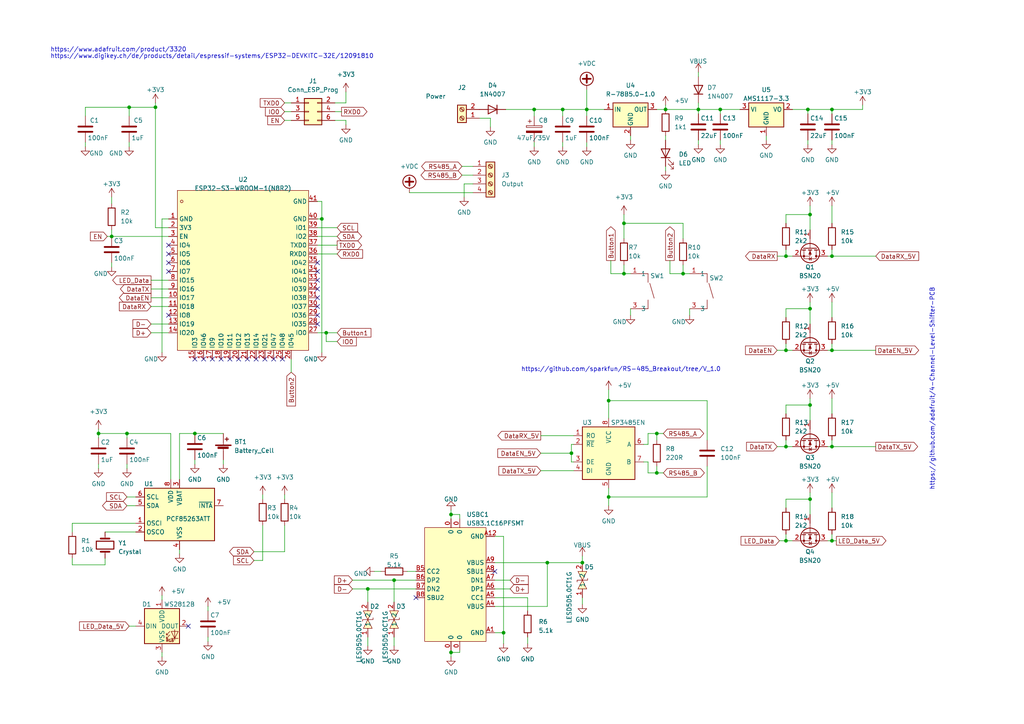
<source format=kicad_sch>
(kicad_sch (version 20230121) (generator eeschema)
  (paper "A4")
  (junction (at 241.3 101.6))
  (junction (at 170.18 31.75))
  (junction (at 176.53 116.205))
  (junction (at 45.085 31.115))
  (junction (at 158.75 163.195))
  (junction (at 234.95 117.475))
  (junction (at 93.345 63.5))
  (junction (at 130.81 149.225))
  (junction (at 198.12 79.375))
  (junction (at 241.3 129.54))
  (junction (at 234.95 89.535))
  (junction (at 163.195 31.75))
  (junction (at 114.3 168.275))
  (junction (at 36.83 125.73))
  (junction (at 37.465 31.115))
  (junction (at 227.965 74.295))
  (junction (at 202.565 31.75))
  (junction (at 234.95 62.23))
  (junction (at 176.53 144.145))
  (junction (at 190.5 137.16))
  (junction (at 234.95 144.78))
  (junction (at 208.915 31.75))
  (junction (at 165.735 131.445))
  (junction (at 56.515 125.73))
  (junction (at 241.3 156.845))
  (junction (at 106.68 170.815))
  (junction (at 190.5 125.73))
  (junction (at 227.965 156.845))
  (junction (at 241.3 31.75))
  (junction (at 227.965 129.54))
  (junction (at 241.3 74.295))
  (junction (at 227.965 101.6))
  (junction (at 168.91 163.195))
  (junction (at 94.615 96.52))
  (junction (at 193.04 31.75))
  (junction (at 180.975 79.375))
  (junction (at 32.385 68.58))
  (junction (at 146.05 183.515))
  (junction (at 234.315 31.75))
  (junction (at 154.94 31.75))
  (junction (at 130.81 189.23))
  (junction (at 28.575 125.73))
  (junction (at 180.975 64.77))
  (no_connect (at 61.595 104.14))
  (no_connect (at 92.075 91.44))
  (no_connect (at 48.895 71.12))
  (no_connect (at 48.895 78.74))
  (no_connect (at 92.075 81.28))
  (no_connect (at 56.515 104.14))
  (no_connect (at 66.675 104.14))
  (no_connect (at 76.835 104.14))
  (no_connect (at 74.295 104.14))
  (no_connect (at 48.895 76.2))
  (no_connect (at 48.895 91.44))
  (no_connect (at 92.075 83.82))
  (no_connect (at 92.075 86.36))
  (no_connect (at 59.055 104.14))
  (no_connect (at 54.61 181.61))
  (no_connect (at 69.215 104.14))
  (no_connect (at 143.51 165.735))
  (no_connect (at 79.375 104.14))
  (no_connect (at 64.135 104.14))
  (no_connect (at 92.075 76.2))
  (no_connect (at 92.075 88.9))
  (no_connect (at 92.075 78.74))
  (no_connect (at 81.915 104.14))
  (no_connect (at 71.755 104.14))
  (no_connect (at 120.65 173.355))
  (no_connect (at 92.075 93.98))
  (no_connect (at 48.895 73.66))
  (wire (pts (xy 64.77 133.35) (xy 64.77 134.62)))
  (wire (pts (xy 192.405 137.16) (xy 190.5 137.16)))
  (wire (pts (xy 143.51 175.895) (xy 158.75 175.895)))
  (wire (pts (xy 180.975 64.77) (xy 180.975 69.215)))
  (wire (pts (xy 234.95 144.78) (xy 234.95 149.225)))
  (wire (pts (xy 182.88 89.535) (xy 182.88 91.44)))
  (wire (pts (xy 137.16 53.34) (xy 134.62 53.34)))
  (wire (pts (xy 234.315 40.64) (xy 234.315 41.91)))
  (wire (pts (xy 139.065 34.29) (xy 142.24 34.29)))
  (wire (pts (xy 227.965 62.23) (xy 234.95 62.23)))
  (wire (pts (xy 28.575 125.73) (xy 36.83 125.73)))
  (wire (pts (xy 100.33 34.925) (xy 100.33 36.195)))
  (wire (pts (xy 190.5 135.255) (xy 190.5 137.16)))
  (wire (pts (xy 222.25 39.37) (xy 222.25 40.64)))
  (wire (pts (xy 190.5 125.73) (xy 187.96 125.73)))
  (wire (pts (xy 82.55 32.385) (xy 84.455 32.385)))
  (wire (pts (xy 118.11 165.735) (xy 120.65 165.735)))
  (wire (pts (xy 234.95 115.57) (xy 234.95 117.475)))
  (wire (pts (xy 46.99 63.5) (xy 48.895 63.5)))
  (wire (pts (xy 168.91 161.29) (xy 168.91 163.195)))
  (wire (pts (xy 241.3 87.63) (xy 241.3 92.075)))
  (wire (pts (xy 24.765 41.275) (xy 24.765 42.545)))
  (wire (pts (xy 234.95 89.535) (xy 234.95 93.98)))
  (wire (pts (xy 170.18 31.75) (xy 170.18 33.655)))
  (wire (pts (xy 133.35 149.225) (xy 130.81 149.225)))
  (wire (pts (xy 28.575 134.62) (xy 28.575 135.89)))
  (wire (pts (xy 133.35 150.495) (xy 133.35 149.225)))
  (wire (pts (xy 241.3 40.64) (xy 241.3 41.91)))
  (wire (pts (xy 24.765 31.115) (xy 37.465 31.115)))
  (wire (pts (xy 36.83 144.145) (xy 39.37 144.145)))
  (wire (pts (xy 205.105 116.205) (xy 176.53 116.205)))
  (wire (pts (xy 205.105 144.145) (xy 176.53 144.145)))
  (wire (pts (xy 165.735 128.905) (xy 165.735 131.445)))
  (wire (pts (xy 241.3 129.54) (xy 254 129.54)))
  (wire (pts (xy 37.465 41.275) (xy 37.465 42.545)))
  (wire (pts (xy 92.075 73.66) (xy 97.79 73.66)))
  (wire (pts (xy 163.195 31.75) (xy 170.18 31.75)))
  (wire (pts (xy 166.37 128.905) (xy 165.735 128.905)))
  (wire (pts (xy 93.345 63.5) (xy 93.345 58.42)))
  (wire (pts (xy 114.3 168.275) (xy 120.65 168.275)))
  (wire (pts (xy 226.06 156.845) (xy 227.965 156.845)))
  (wire (pts (xy 200.025 89.535) (xy 200.025 91.44)))
  (wire (pts (xy 46.99 189.23) (xy 46.99 190.5)))
  (wire (pts (xy 43.815 86.36) (xy 48.895 86.36)))
  (wire (pts (xy 198.12 76.835) (xy 198.12 79.375)))
  (wire (pts (xy 100.33 26.67) (xy 100.33 29.845)))
  (wire (pts (xy 187.96 137.16) (xy 187.96 133.985)))
  (wire (pts (xy 198.12 64.77) (xy 180.975 64.77)))
  (wire (pts (xy 187.96 128.905) (xy 187.96 125.73)))
  (wire (pts (xy 227.965 92.075) (xy 227.965 89.535)))
  (wire (pts (xy 102.235 168.275) (xy 114.3 168.275)))
  (wire (pts (xy 234.315 31.75) (xy 241.3 31.75)))
  (wire (pts (xy 234.95 59.69) (xy 234.95 62.23)))
  (wire (pts (xy 49.53 125.73) (xy 49.53 139.065)))
  (wire (pts (xy 229.87 101.6) (xy 227.965 101.6)))
  (wire (pts (xy 36.83 125.73) (xy 49.53 125.73)))
  (wire (pts (xy 143.51 173.355) (xy 153.035 173.355)))
  (wire (pts (xy 193.04 48.26) (xy 193.04 49.53)))
  (wire (pts (xy 163.195 41.275) (xy 163.195 42.545)))
  (wire (pts (xy 153.035 184.785) (xy 153.035 186.69)))
  (wire (pts (xy 158.75 163.195) (xy 168.91 163.195)))
  (wire (pts (xy 227.965 120.015) (xy 227.965 117.475)))
  (wire (pts (xy 133.35 188.595) (xy 133.35 189.23)))
  (wire (pts (xy 143.51 170.815) (xy 147.955 170.815)))
  (wire (pts (xy 82.55 143.51) (xy 82.55 144.78)))
  (wire (pts (xy 180.975 62.23) (xy 180.975 64.77)))
  (wire (pts (xy 163.195 31.75) (xy 163.195 33.655)))
  (wire (pts (xy 241.3 74.295) (xy 254 74.295)))
  (wire (pts (xy 31.115 68.58) (xy 32.385 68.58)))
  (wire (pts (xy 37.465 181.61) (xy 39.37 181.61)))
  (wire (pts (xy 202.565 20.955) (xy 202.565 22.225)))
  (wire (pts (xy 97.155 34.925) (xy 100.33 34.925)))
  (wire (pts (xy 82.55 29.845) (xy 84.455 29.845)))
  (wire (pts (xy 190.5 125.73) (xy 190.5 127.635)))
  (wire (pts (xy 165.735 133.985) (xy 165.735 131.445)))
  (wire (pts (xy 45.085 29.845) (xy 45.085 31.115)))
  (wire (pts (xy 227.965 147.32) (xy 227.965 144.78)))
  (wire (pts (xy 241.3 101.6) (xy 240.03 101.6)))
  (wire (pts (xy 45.085 66.04) (xy 48.895 66.04)))
  (wire (pts (xy 241.3 74.295) (xy 240.03 74.295)))
  (wire (pts (xy 202.565 29.845) (xy 202.565 31.75)))
  (wire (pts (xy 76.2 152.4) (xy 76.2 162.56)))
  (wire (pts (xy 198.12 79.375) (xy 200.025 79.375)))
  (wire (pts (xy 241.3 127.635) (xy 241.3 129.54)))
  (wire (pts (xy 30.48 154.305) (xy 39.37 154.305)))
  (wire (pts (xy 227.965 101.6) (xy 227.965 99.695)))
  (wire (pts (xy 229.87 156.845) (xy 227.965 156.845)))
  (wire (pts (xy 82.55 152.4) (xy 82.55 160.02)))
  (wire (pts (xy 106.68 170.815) (xy 106.68 174.625)))
  (wire (pts (xy 241.3 31.75) (xy 250.19 31.75)))
  (wire (pts (xy 225.425 129.54) (xy 227.965 129.54)))
  (wire (pts (xy 193.04 30.48) (xy 193.04 31.75)))
  (wire (pts (xy 60.325 184.785) (xy 60.325 186.055)))
  (wire (pts (xy 250.19 31.75) (xy 250.19 30.48)))
  (wire (pts (xy 214.63 31.75) (xy 208.915 31.75)))
  (wire (pts (xy 73.66 160.02) (xy 82.55 160.02)))
  (wire (pts (xy 93.345 102.235) (xy 93.345 63.5)))
  (wire (pts (xy 202.565 31.75) (xy 208.915 31.75)))
  (wire (pts (xy 130.81 188.595) (xy 130.81 189.23)))
  (wire (pts (xy 176.53 141.605) (xy 176.53 144.145)))
  (wire (pts (xy 153.035 173.355) (xy 153.035 177.165)))
  (wire (pts (xy 133.985 50.8) (xy 137.16 50.8)))
  (wire (pts (xy 32.385 68.58) (xy 48.895 68.58)))
  (wire (pts (xy 170.18 26.035) (xy 170.18 31.75)))
  (wire (pts (xy 176.53 113.03) (xy 176.53 116.205)))
  (wire (pts (xy 168.91 173.355) (xy 168.91 175.26)))
  (wire (pts (xy 92.075 63.5) (xy 93.345 63.5)))
  (wire (pts (xy 154.94 31.75) (xy 163.195 31.75)))
  (wire (pts (xy 229.87 31.75) (xy 234.315 31.75)))
  (wire (pts (xy 229.87 74.295) (xy 227.965 74.295)))
  (wire (pts (xy 143.51 155.575) (xy 146.05 155.575)))
  (wire (pts (xy 205.105 135.255) (xy 205.105 144.145)))
  (wire (pts (xy 227.965 89.535) (xy 234.95 89.535)))
  (wire (pts (xy 28.575 124.46) (xy 28.575 125.73)))
  (wire (pts (xy 154.94 31.75) (xy 154.94 33.655)))
  (wire (pts (xy 130.81 189.23) (xy 130.81 190.5)))
  (wire (pts (xy 154.94 41.275) (xy 154.94 42.545)))
  (wire (pts (xy 190.5 137.16) (xy 187.96 137.16)))
  (wire (pts (xy 202.565 31.75) (xy 202.565 33.02)))
  (wire (pts (xy 227.965 117.475) (xy 234.95 117.475)))
  (wire (pts (xy 37.465 31.115) (xy 37.465 33.655)))
  (wire (pts (xy 30.48 163.83) (xy 20.955 163.83)))
  (wire (pts (xy 102.235 170.815) (xy 106.68 170.815)))
  (wire (pts (xy 92.075 66.04) (xy 97.79 66.04)))
  (wire (pts (xy 198.12 69.215) (xy 198.12 64.77)))
  (wire (pts (xy 94.615 99.06) (xy 94.615 96.52)))
  (wire (pts (xy 100.33 29.845) (xy 97.155 29.845)))
  (wire (pts (xy 170.18 31.75) (xy 175.26 31.75)))
  (wire (pts (xy 143.51 163.195) (xy 158.75 163.195)))
  (wire (pts (xy 130.81 149.225) (xy 130.81 150.495)))
  (wire (pts (xy 43.815 81.28) (xy 48.895 81.28)))
  (wire (pts (xy 142.24 34.29) (xy 142.24 36.83)))
  (wire (pts (xy 241.3 99.695) (xy 241.3 101.6)))
  (wire (pts (xy 146.05 155.575) (xy 146.05 183.515)))
  (wire (pts (xy 114.3 184.785) (xy 114.3 187.325)))
  (wire (pts (xy 229.87 129.54) (xy 227.965 129.54)))
  (wire (pts (xy 156.845 131.445) (xy 165.735 131.445)))
  (wire (pts (xy 43.815 93.98) (xy 48.895 93.98)))
  (wire (pts (xy 56.515 125.73) (xy 52.07 125.73)))
  (wire (pts (xy 37.465 31.115) (xy 45.085 31.115)))
  (wire (pts (xy 166.37 133.985) (xy 165.735 133.985)))
  (wire (pts (xy 194.31 79.375) (xy 198.12 79.375)))
  (wire (pts (xy 186.69 128.905) (xy 187.96 128.905)))
  (wire (pts (xy 133.985 48.26) (xy 137.16 48.26)))
  (wire (pts (xy 156.845 136.525) (xy 166.37 136.525)))
  (wire (pts (xy 143.51 168.275) (xy 147.955 168.275)))
  (wire (pts (xy 32.385 57.15) (xy 32.385 59.055)))
  (wire (pts (xy 241.3 156.845) (xy 242.57 156.845)))
  (wire (pts (xy 182.88 39.37) (xy 182.88 40.64)))
  (wire (pts (xy 24.765 33.655) (xy 24.765 31.115)))
  (wire (pts (xy 234.95 142.875) (xy 234.95 144.78)))
  (wire (pts (xy 97.155 32.385) (xy 99.06 32.385)))
  (wire (pts (xy 186.69 133.985) (xy 187.96 133.985)))
  (wire (pts (xy 92.075 71.12) (xy 97.79 71.12)))
  (wire (pts (xy 20.955 154.305) (xy 20.955 151.765)))
  (wire (pts (xy 134.62 53.34) (xy 134.62 57.15)))
  (wire (pts (xy 227.965 64.77) (xy 227.965 62.23)))
  (wire (pts (xy 43.815 88.9) (xy 48.895 88.9)))
  (wire (pts (xy 241.3 129.54) (xy 240.03 129.54)))
  (wire (pts (xy 193.04 31.75) (xy 190.5 31.75)))
  (wire (pts (xy 234.95 62.23) (xy 234.95 66.675)))
  (wire (pts (xy 20.955 163.83) (xy 20.955 161.925)))
  (wire (pts (xy 146.685 31.75) (xy 154.94 31.75)))
  (wire (pts (xy 52.07 125.73) (xy 52.07 139.065)))
  (wire (pts (xy 118.745 55.88) (xy 137.16 55.88)))
  (wire (pts (xy 46.99 102.235) (xy 46.99 63.5)))
  (wire (pts (xy 208.915 40.64) (xy 208.915 41.91)))
  (wire (pts (xy 73.66 162.56) (xy 76.2 162.56)))
  (wire (pts (xy 94.615 96.52) (xy 97.79 96.52)))
  (wire (pts (xy 193.04 31.75) (xy 202.565 31.75)))
  (wire (pts (xy 193.04 39.37) (xy 193.04 40.64)))
  (wire (pts (xy 60.325 175.895) (xy 60.325 177.165)))
  (wire (pts (xy 20.955 151.765) (xy 39.37 151.765)))
  (wire (pts (xy 176.53 144.145) (xy 176.53 146.685)))
  (wire (pts (xy 177.165 75.565) (xy 177.165 79.375)))
  (wire (pts (xy 241.3 142.875) (xy 241.3 147.32)))
  (wire (pts (xy 106.68 170.815) (xy 120.65 170.815)))
  (wire (pts (xy 52.07 159.385) (xy 52.07 160.655)))
  (wire (pts (xy 43.815 83.82) (xy 48.895 83.82)))
  (wire (pts (xy 156.845 126.365) (xy 166.37 126.365)))
  (wire (pts (xy 170.18 41.275) (xy 170.18 42.545)))
  (wire (pts (xy 194.31 75.565) (xy 194.31 79.375)))
  (wire (pts (xy 114.3 168.275) (xy 114.3 174.625)))
  (wire (pts (xy 234.315 31.75) (xy 234.315 33.02)))
  (wire (pts (xy 241.3 101.6) (xy 254 101.6)))
  (wire (pts (xy 97.79 99.06) (xy 94.615 99.06)))
  (wire (pts (xy 241.3 154.94) (xy 241.3 156.845)))
  (wire (pts (xy 32.385 66.675) (xy 32.385 68.58)))
  (wire (pts (xy 108.585 165.735) (xy 110.49 165.735)))
  (wire (pts (xy 225.425 74.295) (xy 227.965 74.295)))
  (wire (pts (xy 234.95 87.63) (xy 234.95 89.535)))
  (wire (pts (xy 36.83 125.73) (xy 36.83 127)))
  (wire (pts (xy 130.81 147.955) (xy 130.81 149.225)))
  (wire (pts (xy 241.3 115.57) (xy 241.3 120.015)))
  (wire (pts (xy 106.68 184.785) (xy 106.68 187.325)))
  (wire (pts (xy 208.915 31.75) (xy 208.915 33.02)))
  (wire (pts (xy 227.965 74.295) (xy 227.965 72.39)))
  (wire (pts (xy 56.515 133.35) (xy 56.515 134.62)))
  (wire (pts (xy 93.345 58.42) (xy 92.075 58.42)))
  (wire (pts (xy 133.35 189.23) (xy 130.81 189.23)))
  (wire (pts (xy 158.75 175.895) (xy 158.75 163.195)))
  (wire (pts (xy 241.3 72.39) (xy 241.3 74.295)))
  (wire (pts (xy 43.815 96.52) (xy 48.895 96.52)))
  (wire (pts (xy 45.085 31.115) (xy 45.085 66.04)))
  (wire (pts (xy 92.075 96.52) (xy 94.615 96.52)))
  (wire (pts (xy 36.83 146.685) (xy 39.37 146.685)))
  (wire (pts (xy 30.48 161.925) (xy 30.48 163.83)))
  (wire (pts (xy 227.965 156.845) (xy 227.965 154.94)))
  (wire (pts (xy 241.3 59.69) (xy 241.3 64.77)))
  (wire (pts (xy 56.515 125.73) (xy 64.77 125.73)))
  (wire (pts (xy 241.3 31.75) (xy 241.3 33.02)))
  (wire (pts (xy 241.3 156.845) (xy 240.03 156.845)))
  (wire (pts (xy 146.05 183.515) (xy 143.51 183.515)))
  (wire (pts (xy 227.965 144.78) (xy 234.95 144.78)))
  (wire (pts (xy 180.975 76.835) (xy 180.975 79.375)))
  (wire (pts (xy 234.95 117.475) (xy 234.95 121.92)))
  (wire (pts (xy 205.105 127.635) (xy 205.105 116.205)))
  (wire (pts (xy 32.385 76.2) (xy 32.385 77.47)))
  (wire (pts (xy 92.075 68.58) (xy 97.79 68.58)))
  (wire (pts (xy 180.975 79.375) (xy 182.88 79.375)))
  (wire (pts (xy 76.2 143.51) (xy 76.2 144.78)))
  (wire (pts (xy 192.405 125.73) (xy 190.5 125.73)))
  (wire (pts (xy 84.455 104.14) (xy 84.455 107.95)))
  (wire (pts (xy 36.83 134.62) (xy 36.83 135.89)))
  (wire (pts (xy 177.165 79.375) (xy 180.975 79.375)))
  (wire (pts (xy 82.55 34.925) (xy 84.455 34.925)))
  (wire (pts (xy 202.565 40.64) (xy 202.565 41.91)))
  (wire (pts (xy 46.99 172.72) (xy 46.99 173.99)))
  (wire (pts (xy 146.05 186.69) (xy 146.05 183.515)))
  (wire (pts (xy 28.575 125.73) (xy 28.575 127)))
  (wire (pts (xy 176.53 116.205) (xy 176.53 121.285)))
  (wire (pts (xy 225.425 101.6) (xy 227.965 101.6)))
  (wire (pts (xy 227.965 129.54) (xy 227.965 127.635)))
  (text "https://github.com/sparkfun/RS-485_Breakout/tree/V_1.0" (at 151.13 107.95 0) (effects (font (size 1.27 1.27)) (justify left bottom)))
  (text "https://github.com/adafruit/4-Channel-Level-Shifter-PCB" (at 271.145 142.24 90) (effects (font (size 1.27 1.27)) (justify left bottom)))
  (text "https://www.adafruit.com/product/3320" (at 14.605 15.24 0) (effects (font (size 1.27 1.27)) (justify left bottom)))
  (text "https://www.digikey.ch/de/products/detail/espressif-systems/ESP32-DEVKITC-32E/12091810" (at 14.605 17.145 0) (effects (font (size 1.27 1.27)) (justify left bottom)))
  (global_label "EN" (shape input) (at 31.115 68.58 180) (property "Intersheetrefs" "${INTERSHEET_REFS}" (effects hide)))
  (global_label "Button1" (shape input) (at 97.79 96.52 0) (property "Intersheetrefs" "${INTERSHEET_REFS}" (effects hide)))
  (global_label "LED_Data" (shape output) (at 43.815 81.28 180) (property "Intersheetrefs" "${INTERSHEET_REFS}" (effects hide)))
  (global_label "D+" (shape input) (at 147.955 170.815 0) (property "Intersheetrefs" "${INTERSHEET_REFS}" (effects hide)))
  (global_label "LED_Data" (shape input) (at 226.06 156.845 180) (property "Intersheetrefs" "${INTERSHEET_REFS}" (effects hide)))
  (global_label "RS485_B" (shape bidirectional) (at 192.405 137.16 0) (property "Intersheetrefs" "${INTERSHEET_REFS}" (effects hide)))
  (global_label "D-" (shape input) (at 43.815 93.98 180) (property "Intersheetrefs" "${INTERSHEET_REFS}" (effects hide)))
  (global_label "Button2" (shape input) (at 84.455 107.95 270) (property "Intersheetrefs" "${INTERSHEET_REFS}" (effects hide)))
  (global_label "Button2" (shape output) (at 194.31 75.565 90) (property "Intersheetrefs" "${INTERSHEET_REFS}" (effects hide)))
  (global_label "RS485_B" (shape bidirectional) (at 133.985 50.8 180) (property "Intersheetrefs" "${INTERSHEET_REFS}" (effects hide)))
  (global_label "Button1" (shape output) (at 177.165 75.565 90) (property "Intersheetrefs" "${INTERSHEET_REFS}" (effects hide)))
  (global_label "DataRX_5V" (shape output) (at 156.845 126.365 180) (property "Intersheetrefs" "${INTERSHEET_REFS}" (effects hide)))
  (global_label "DataEN" (shape output) (at 43.815 86.36 180) (property "Intersheetrefs" "${INTERSHEET_REFS}" (effects hide)))
  (global_label "EN" (shape input) (at 82.55 34.925 180) (property "Intersheetrefs" "${INTERSHEET_REFS}" (effects hide)))
  (global_label "DataRX_5V" (shape input) (at 254 74.295 0) (property "Intersheetrefs" "${INTERSHEET_REFS}" (effects hide)))
  (global_label "SCL" (shape input) (at 97.79 66.04 0) (property "Intersheetrefs" "${INTERSHEET_REFS}" (effects hide)))
  (global_label "DataEN" (shape input) (at 225.425 101.6 180) (property "Intersheetrefs" "${INTERSHEET_REFS}" (effects hide)))
  (global_label "SDA" (shape bidirectional) (at 36.83 146.685 180) (property "Intersheetrefs" "${INTERSHEET_REFS}" (effects hide)))
  (global_label "IO0" (shape input) (at 82.55 32.385 180) (property "Intersheetrefs" "${INTERSHEET_REFS}" (effects hide)))
  (global_label "TXD0" (shape output) (at 97.79 71.12 0) (property "Intersheetrefs" "${INTERSHEET_REFS}" (effects hide)))
  (global_label "DataTX" (shape output) (at 43.815 83.82 180) (property "Intersheetrefs" "${INTERSHEET_REFS}" (effects hide)))
  (global_label "RXD0" (shape output) (at 99.06 32.385 0) (property "Intersheetrefs" "${INTERSHEET_REFS}" (effects hide)))
  (global_label "LED_Data_5V" (shape input) (at 37.465 181.61 180) (property "Intersheetrefs" "${INTERSHEET_REFS}" (effects hide)))
  (global_label "DataEN_5V" (shape input) (at 156.845 131.445 180) (property "Intersheetrefs" "${INTERSHEET_REFS}" (effects hide)))
  (global_label "DataRX" (shape output) (at 225.425 74.295 180) (property "Intersheetrefs" "${INTERSHEET_REFS}" (effects hide)))
  (global_label "SCL" (shape input) (at 36.83 144.145 180) (property "Intersheetrefs" "${INTERSHEET_REFS}" (effects hide)))
  (global_label "SCL" (shape input) (at 73.66 162.56 180) (property "Intersheetrefs" "${INTERSHEET_REFS}" (effects hide)))
  (global_label "SDA" (shape bidirectional) (at 97.79 68.58 0) (property "Intersheetrefs" "${INTERSHEET_REFS}" (effects hide)))
  (global_label "D+" (shape input) (at 102.235 168.275 180) (property "Intersheetrefs" "${INTERSHEET_REFS}" (effects hide)))
  (global_label "RXD0" (shape input) (at 97.79 73.66 0) (property "Intersheetrefs" "${INTERSHEET_REFS}" (effects hide)))
  (global_label "IO0" (shape input) (at 97.79 99.06 0) (property "Intersheetrefs" "${INTERSHEET_REFS}" (effects hide)))
  (global_label "SDA" (shape bidirectional) (at 73.66 160.02 180) (property "Intersheetrefs" "${INTERSHEET_REFS}" (effects hide)))
  (global_label "LED_Data_5V" (shape output) (at 242.57 156.845 0) (property "Intersheetrefs" "${INTERSHEET_REFS}" (effects hide)))
  (global_label "TXD0" (shape input) (at 82.55 29.845 180) (property "Intersheetrefs" "${INTERSHEET_REFS}" (effects hide)))
  (global_label "DataTX_5V" (shape output) (at 254 129.54 0) (property "Intersheetrefs" "${INTERSHEET_REFS}" (effects hide)))
  (global_label "DataRX" (shape input) (at 43.815 88.9 180) (property "Intersheetrefs" "${INTERSHEET_REFS}" (effects hide)))
  (global_label "DataEN_5V" (shape output) (at 254 101.6 0) (property "Intersheetrefs" "${INTERSHEET_REFS}" (effects hide)))
  (global_label "D-" (shape input) (at 102.235 170.815 180) (property "Intersheetrefs" "${INTERSHEET_REFS}" (effects hide)))
  (global_label "DataTX" (shape input) (at 225.425 129.54 180) (property "Intersheetrefs" "${INTERSHEET_REFS}" (effects hide)))
  (global_label "RS485_A" (shape bidirectional) (at 133.985 48.26 180) (property "Intersheetrefs" "${INTERSHEET_REFS}" (effects hide)))
  (global_label "D-" (shape input) (at 147.955 168.275 0) (property "Intersheetrefs" "${INTERSHEET_REFS}" (effects hide)))
  (global_label "DataTX_5V" (shape input) (at 156.845 136.525 180) (property "Intersheetrefs" "${INTERSHEET_REFS}" (effects hide)))
  (global_label "RS485_A" (shape bidirectional) (at 192.405 125.73 0) (property "Intersheetrefs" "${INTERSHEET_REFS}" (effects hide)))
  (global_label "D+" (shape input) (at 43.815 96.52 180) (property "Intersheetrefs" "${INTERSHEET_REFS}" (effects hide)))
  (symbol (lib_id "power:GND") (at 222.25 40.64 0) (unit 1)
    (property "Reference" "#PWR047" (effects hide))
    (property "Value" "GND" (at 222.25 45.085 0))
  )
  (symbol (lib_id "power:GND") (at 37.465 42.545 0) (unit 1)
    (property "Reference" "#PWR07" (effects hide))
    (property "Value" "GND" (at 33.655 44.45 0))
  )
  (symbol (lib_id "Regulator_Switching:R-78C5.0-1.0") (at 182.88 31.75 0) (unit 1) (in_bom no)
    (property "Reference" "U4" (at 182.88 24.765 0))
    (property "Value" "R-78B5.0-1.0" (at 182.88 27.305 0))
    (property "Footprint" "Converter_DCDC:Converter_DCDC_RECOM_R-78E-0.5_THT" (effects hide))
    (property "Datasheet" "https://www.recom-power.com/pdf/Innoline/R-78Cxx-1.0.pdf" (effects hide))
    (property "digikey" "945-R-78K5.0-1.0-ND" (effects hide))
  )
  (symbol (lib_id "clackotronlib:USB3.1C16PFSMT") (at 132.08 169.545 0) (unit 1)
    (property "Reference" "USBC1" (at 135.3059 149.225 0) (effects (justify left)))
    (property "Value" "USB3.1C16PFSMT" (at 135.3059 151.765 0) (effects (justify left)))
    (property "Footprint" "clackotron_fp:USB-C-SMD_TYPE-C-USB-17" (effects hide))
    (property "Datasheet" "https://lcsc.com/product-detail/USB-Type-C_USB-3-1-C-16PF-SMT-2-0Type_C167321.html" (effects hide))
    (property "Manufacturer" "精拓金" (effects hide))
    (property "LCSC Part" "C167321" (effects hide))
    (property "JLC Part" "Extended Part" (effects hide))
    (property "LCSC Part #" "C167321" (effects hide))
  )
  (symbol (lib_id "Device:C") (at 241.3 36.83 0) (unit 1)
    (property "Reference" "C15" (at 241.935 34.29 0) (effects (justify left)))
    (property "Value" "100nF" (at 241.935 39.37 0) (effects (justify left)))
    (property "Footprint" "Capacitor_SMD:C_0805_2012Metric" (effects hide))
    (property "LCSC Part #" "C49678" (effects hide))
  )
  (symbol (lib_id "Device:C") (at 56.515 129.54 0) (unit 1)
    (property "Reference" "C6" (at 57.15 127 0) (effects (justify left)))
    (property "Value" "100nF" (at 57.15 132.08 0) (effects (justify left)))
    (property "Footprint" "Capacitor_SMD:C_0805_2012Metric" (effects hide))
    (property "LCSC Part #" "C49678" (effects hide))
  )
  (symbol (lib_id "power:GND") (at 106.68 187.325 0) (unit 1)
    (property "Reference" "#PWR022" (effects hide))
    (property "Value" "GND" (at 106.68 191.77 0))
  )
  (symbol (lib_id "power:GND") (at 234.315 41.91 0) (unit 1)
    (property "Reference" "#PWR048" (effects hide))
    (property "Value" "GND" (at 234.315 46.355 0))
  )
  (symbol (lib_id "power:+5V") (at 176.53 113.03 0) (unit 1)
    (property "Reference" "#PWR037" (effects hide))
    (property "Value" "+5V" (at 179.07 111.7599 0) (effects (justify left)))
  )
  (symbol (lib_id "Device:Battery_Cell") (at 64.77 130.81 0) (unit 1)
    (property "Reference" "BT1" (at 67.945 128.143 0) (effects (justify left)))
    (property "Value" "Battery_Cell" (at 67.945 130.683 0) (effects (justify left)))
    (property "Footprint" "JLCPCB:BAT-SMD_MYOUNG_MY-2032-04" (effects hide))
    (property "LCSC Part #" "C964837" (effects hide))
  )
  (symbol (lib_id "power:+3V3") (at 32.385 57.15 0) (unit 1)
    (property "Reference" "#PWR04" (effects hide))
    (property "Value" "+3V3" (at 32.385 53.34 0))
  )
  (symbol (lib_id "power:+VDC") (at 170.18 26.035 0) (unit 1)
    (property "Reference" "#PWR035" (effects hide))
    (property "Value" "+VDC" (at 170.18 18.415 0))
  )
  (symbol (lib_id "power:GND") (at 176.53 146.685 0) (unit 1)
    (property "Reference" "#PWR038" (effects hide))
    (property "Value" "GND" (at 176.53 151.13 0))
  )
  (symbol (lib_id "power:GND") (at 32.385 77.47 0) (unit 1)
    (property "Reference" "#PWR05" (effects hide))
    (property "Value" "GND" (at 29.21 79.375 0))
  )
  (symbol (lib_id "clackotronlib:LESD5D5.0CT1G") (at 106.68 179.705 90) (unit 1)
    (property "Reference" "D2" (at 107.315 175.895 90) (effects (justify right)))
    (property "Value" "LESD5D5.0CT1G" (at 104.14 177.165 0) (effects (justify right)))
    (property "Footprint" "clackotron_fp:SOD-523_L1.2-W0.8-LS1.6-BI" (effects hide))
    (property "Datasheet" "https://lcsc.com/product-detail/New-Arrivals_Leshan-Radio-LESD5D5-0CT1G_C383211.html" (effects hide))
    (property "Manufacturer" "LRC(乐山无线电)" (effects hide))
    (property "LCSC Part" "C383211" (effects hide))
    (property "JLC Part" "Extended Part" (effects hide))
    (property "LCSC Part #" "C383211" (effects hide))
  )
  (symbol (lib_id "power:GND") (at 170.18 42.545 0) (unit 1)
    (property "Reference" "#PWR036" (effects hide))
    (property "Value" "GND" (at 170.18 46.99 0))
  )
  (symbol (lib_id "power:GND") (at 28.575 135.89 0) (unit 1)
    (property "Reference" "#PWR03" (effects hide))
    (property "Value" "GND" (at 28.575 140.335 0))
  )
  (symbol (lib_id "Device:C") (at 163.195 37.465 0) (unit 1)
    (property "Reference" "C9" (at 163.83 34.925 0) (effects (justify left)))
    (property "Value" "1uF" (at 163.83 40.005 0) (effects (justify left)))
    (property "Footprint" "Capacitor_SMD:C_0805_2012Metric" (effects hide))
    (property "LCSC Part #" "C28323" (effects hide))
  )
  (symbol (lib_id "power:+5V") (at 241.3 142.875 0) (unit 1)
    (property "Reference" "#PWR057" (effects hide))
    (property "Value" "+5V" (at 239.395 139.065 0) (effects (justify left)))
  )
  (symbol (lib_id "Connector_Generic:Conn_02x03_Odd_Even") (at 89.535 32.385 0) (unit 1) (in_bom no)
    (property "Reference" "J1" (at 90.805 23.495 0))
    (property "Value" "Conn_ESP_Prog" (at 90.805 26.035 0))
    (property "Footprint" "Connector_PinHeader_2.54mm:PinHeader_2x03_P2.54mm_Vertical" (effects hide))
  )
  (symbol (lib_id "power:GND") (at 193.04 49.53 0) (unit 1)
    (property "Reference" "#PWR043" (effects hide))
    (property "Value" "GND" (at 193.04 53.975 0))
  )
  (symbol (lib_id "Device:C") (at 202.565 36.83 0) (unit 1)
    (property "Reference" "C11" (at 203.2 34.29 0) (effects (justify left)))
    (property "Value" "22uF" (at 203.2 39.37 0) (effects (justify left)))
    (property "Footprint" "Capacitor_SMD:C_1206_3216Metric" (effects hide))
    (property "LCSC Part #" "C12891" (effects hide))
  )
  (symbol (lib_id "power:GND") (at 60.325 186.055 0) (unit 1)
    (property "Reference" "#PWR015" (effects hide))
    (property "Value" "GND" (at 60.325 190.5 0))
  )
  (symbol (lib_id "power:+5V") (at 241.3 59.69 0) (unit 1)
    (property "Reference" "#PWR054" (effects hide))
    (property "Value" "+5V" (at 239.395 55.88 0) (effects (justify left)))
  )
  (symbol (lib_id "Device:R") (at 76.2 148.59 0) (unit 1)
    (property "Reference" "R3" (at 77.47 147.32 0) (effects (justify left)))
    (property "Value" "10k" (at 77.47 149.86 0) (effects (justify left)))
    (property "Footprint" "Resistor_SMD:R_0805_2012Metric" (effects hide))
    (property "LCSC Part #" "C17414" (effects hide))
  )
  (symbol (lib_id "power:GND") (at 202.565 41.91 0) (unit 1)
    (property "Reference" "#PWR045" (effects hide))
    (property "Value" "GND" (at 202.565 46.355 0))
  )
  (symbol (lib_id "Device:R") (at 82.55 148.59 0) (unit 1)
    (property "Reference" "R4" (at 83.82 147.32 0) (effects (justify left)))
    (property "Value" "10k" (at 83.82 149.86 0) (effects (justify left)))
    (property "Footprint" "Resistor_SMD:R_0805_2012Metric" (effects hide))
    (property "LCSC Part #" "C17414" (effects hide))
  )
  (symbol (lib_id "power:VBUS") (at 168.91 161.29 0) (unit 1)
    (property "Reference" "#PWR060" (effects hide))
    (property "Value" "VBUS" (at 168.91 158.115 0))
  )
  (symbol (lib_id "Device:R") (at 20.955 158.115 0) (unit 1)
    (property "Reference" "R1" (at 23.495 156.8449 0) (effects (justify left)))
    (property "Value" "10k" (at 23.495 159.3849 0) (effects (justify left)))
    (property "Footprint" "Resistor_SMD:R_0805_2012Metric" (effects hide))
    (property "LCSC Part #" "C17414" (effects hide))
  )
  (symbol (lib_id "LED:WS2812B") (at 46.99 181.61 0) (unit 1)
    (property "Reference" "D1" (at 42.545 175.26 0))
    (property "Value" "WS2812B" (at 52.07 175.26 0))
    (property "Footprint" "LED_SMD:LED_WS2812B_PLCC4_5.0x5.0mm_P3.2mm" (effects hide))
    (property "Datasheet" "https://cdn-shop.adafruit.com/datasheets/WS2812B.pdf" (effects hide))
    (property "LCSC Part #" "C2761795" (effects hide))
  )
  (symbol (lib_id "Device:R") (at 227.965 95.885 0) (unit 1)
    (property "Reference" "R12" (at 230.505 94.6149 0) (effects (justify left)))
    (property "Value" "2k2" (at 230.505 97.1549 0) (effects (justify left)))
    (property "Footprint" "Resistor_SMD:R_0805_2012Metric" (effects hide))
    (property "LCSC Part #" "C17520" (effects hide))
  )
  (symbol (lib_id "power:GND") (at 36.83 135.89 0) (unit 1)
    (property "Reference" "#PWR06" (effects hide))
    (property "Value" "GND" (at 36.83 140.335 0))
  )
  (symbol (lib_id "Device:R") (at 227.965 68.58 0) (unit 1)
    (property "Reference" "R11" (at 230.505 67.3099 0) (effects (justify left)))
    (property "Value" "2k2" (at 230.505 69.8499 0) (effects (justify left)))
    (property "Footprint" "Resistor_SMD:R_0805_2012Metric" (effects hide))
    (property "LCSC Part #" "C17520" (effects hide))
  )
  (symbol (lib_id "power:GND") (at 46.99 190.5 0) (unit 1)
    (property "Reference" "#PWR011" (effects hide))
    (property "Value" "GND" (at 46.99 194.945 0))
  )
  (symbol (lib_id "power:+5V") (at 60.325 175.895 0) (unit 1)
    (property "Reference" "#PWR014" (effects hide))
    (property "Value" "+5V" (at 62.865 174.6249 0) (effects (justify left)))
  )
  (symbol (lib_id "Diode:1N4001") (at 142.875 31.75 180) (unit 1)
    (property "Reference" "D4" (at 142.875 24.765 0))
    (property "Value" "1N4007" (at 142.875 27.305 0))
    (property "Footprint" "Diode_SMD:D_SMA" (effects hide))
    (property "Datasheet" "http://www.vishay.com/docs/88503/1n4001.pdf" (effects hide))
    (property "Sim.Device" "D" (effects hide))
    (property "Sim.Pins" "1=K 2=A" (effects hide))
    (property "LCSC Part #" "C2909831" (effects hide))
  )
  (symbol (lib_id "Transistor_FET:BSS138") (at 234.95 127 270) (unit 1)
    (property "Reference" "Q3" (at 234.95 132.715 90))
    (property "Value" "BSN20" (at 234.95 135.255 90))
    (property "Footprint" "Package_TO_SOT_SMD:SOT-23" (effects hide))
    (property "Datasheet" "https://www.onsemi.com/pub/Collateral/BSS138-D.PDF" (effects hide))
    (property "LCSC Part #" "C116157" (effects hide))
  )
  (symbol (lib_id "Device:R") (at 241.3 95.885 0) (unit 1)
    (property "Reference" "R16" (at 243.84 94.6149 0) (effects (justify left)))
    (property "Value" "10k" (at 243.84 97.1549 0) (effects (justify left)))
    (property "Footprint" "Resistor_SMD:R_0805_2012Metric" (effects hide))
    (property "LCSC Part #" "C17414" (effects hide))
  )
  (symbol (lib_id "power:+3V3") (at 250.19 30.48 0) (unit 1)
    (property "Reference" "#PWR058" (effects hide))
    (property "Value" "+3V3" (at 250.19 26.67 0))
  )
  (symbol (lib_id "Device:Crystal") (at 30.48 158.115 90) (unit 1)
    (property "Reference" "Y1" (at 34.29 157.48 90) (effects (justify right)))
    (property "Value" "Crystal" (at 34.29 160.02 90) (effects (justify right)))
    (property "Footprint" "Crystal:Crystal_SMD_3215-2Pin_3.2x1.5mm" (effects hide))
    (property "LCSC Part #" "C515342" (effects hide))
  )
  (symbol (lib_id "Device:C") (at 170.18 37.465 0) (unit 1)
    (property "Reference" "C10" (at 170.815 34.925 0) (effects (justify left)))
    (property "Value" "100nF" (at 170.815 40.005 0) (effects (justify left)))
    (property "Footprint" "Capacitor_SMD:C_0805_2012Metric" (effects hide))
    (property "LCSC Part #" "C49678" (effects hide))
  )
  (symbol (lib_id "power:GND") (at 100.33 36.195 0) (unit 1)
    (property "Reference" "#PWR021" (effects hide))
    (property "Value" "GND" (at 100.33 40.64 0))
  )
  (symbol (lib_id "Device:R") (at 190.5 131.445 0) (unit 1)
    (property "Reference" "R8" (at 193.04 130.1749 0) (effects (justify left)))
    (property "Value" "220R" (at 193.04 132.7149 0) (effects (justify left)))
    (property "Footprint" "Resistor_SMD:R_1206_3216Metric" (effects hide))
    (property "LCSC Part #" "C17957" (effects hide))
  )
  (symbol (lib_id "power:GND") (at 24.765 42.545 0) (unit 1)
    (property "Reference" "#PWR01" (effects hide))
    (property "Value" "GND" (at 27.94 44.45 0))
  )
  (symbol (lib_id "Transistor_FET:BSS138") (at 234.95 71.755 270) (unit 1)
    (property "Reference" "Q1" (at 234.95 77.47 90))
    (property "Value" "BSN20" (at 234.95 80.01 90))
    (property "Footprint" "Package_TO_SOT_SMD:SOT-23" (effects hide))
    (property "Datasheet" "https://www.onsemi.com/pub/Collateral/BSS138-D.PDF" (effects hide))
    (property "LCSC Part #" "C116157" (effects hide))
  )
  (symbol (lib_id "Device:C") (at 205.105 131.445 0) (unit 1)
    (property "Reference" "C12" (at 208.915 130.1749 0) (effects (justify left)))
    (property "Value" "100nF" (at 208.915 132.7149 0) (effects (justify left)))
    (property "Footprint" "Capacitor_SMD:C_0805_2012Metric" (effects hide))
    (property "LCSC Part #" "C49678" (effects hide))
  )
  (symbol (lib_id "Interface_UART:SP3485EN") (at 176.53 131.445 0) (unit 1)
    (property "Reference" "U3" (at 168.91 122.555 0) (effects (justify left)))
    (property "Value" "SP3485EN" (at 177.165 122.555 0) (effects (justify left)))
    (property "Footprint" "Package_SO:SOIC-8_3.9x4.9mm_P1.27mm" (effects hide))
    (property "Datasheet" "http://www.icbase.com/pdf/SPX/SPX00480106.pdf" (effects hide))
    (property "LCSC Part #" "C5279038" (effects hide))
  )
  (symbol (lib_id "power:+3V3") (at 45.085 29.845 0) (unit 1)
    (property "Reference" "#PWR08" (effects hide))
    (property "Value" "+3V3" (at 45.085 26.035 0))
  )
  (symbol (lib_id "Diode:1N4001") (at 202.565 26.035 90) (unit 1)
    (property "Reference" "D7" (at 205.105 25.4 90) (effects (justify right)))
    (property "Value" "1N4007" (at 205.105 27.94 90) (effects (justify right)))
    (property "Footprint" "Diode_SMD:D_SMA" (effects hide))
    (property "Datasheet" "http://www.vishay.com/docs/88503/1n4001.pdf" (effects hide))
    (property "Sim.Device" "D" (effects hide))
    (property "Sim.Pins" "1=K 2=A" (effects hide))
    (property "LCSC Part #" "C2909831" (effects hide))
  )
  (symbol (lib_id "Device:C") (at 36.83 130.81 0) (unit 1)
    (property "Reference" "C4" (at 37.465 128.27 0) (effects (justify left)))
    (property "Value" "100nF" (at 37.465 133.35 0) (effects (justify left)))
    (property "Footprint" "Capacitor_SMD:C_0805_2012Metric" (effects hide))
    (property "LCSC Part #" "C49678" (effects hide))
  )
  (symbol (lib_id "Device:R") (at 241.3 123.825 0) (unit 1)
    (property "Reference" "R17" (at 243.84 122.5549 0) (effects (justify left)))
    (property "Value" "10k" (at 243.84 125.0949 0) (effects (justify left)))
    (property "Footprint" "Resistor_SMD:R_0805_2012Metric" (effects hide))
    (property "LCSC Part #" "C17414" (effects hide))
  )
  (symbol (lib_id "power:+3V3") (at 234.95 87.63 0) (unit 1)
    (property "Reference" "#PWR050" (effects hide))
    (property "Value" "+3V3" (at 234.95 83.82 0))
  )
  (symbol (lib_id "Connector:Screw_Terminal_01x02") (at 133.985 34.29 180) (unit 1) (in_bom no)
    (property "Reference" "J2" (at 133.985 25.4 0))
    (property "Value" "Power" (at 126.365 27.94 0))
    (property "Footprint" "TerminalBlock_4Ucon:TerminalBlock_4Ucon_1x02_P3.50mm_Horizontal" (effects hide))
    (property "LCSC Part #" "C466970" (effects hide))
  )
  (symbol (lib_id "power:+3V3") (at 76.2 143.51 0) (unit 1)
    (property "Reference" "#PWR017" (effects hide))
    (property "Value" "+3V3" (at 76.2 138.43 0))
  )
  (symbol (lib_id "power:+3V3") (at 234.95 142.875 0) (unit 1)
    (property "Reference" "#PWR052" (effects hide))
    (property "Value" "+3V3" (at 234.95 139.065 0))
  )
  (symbol (lib_id "power:GND") (at 108.585 165.735 270) (unit 1)
    (property "Reference" "#PWR023" (effects hide))
    (property "Value" "GND" (at 106.68 166.37 90) (effects (justify right)))
  )
  (symbol (lib_id "power:+5V") (at 241.3 115.57 0) (unit 1)
    (property "Reference" "#PWR056" (effects hide))
    (property "Value" "+5V" (at 239.395 111.76 0) (effects (justify left)))
  )
  (symbol (lib_id "Device:R") (at 180.975 73.025 0) (unit 1)
    (property "Reference" "R7" (at 182.245 71.755 0) (effects (justify left)))
    (property "Value" "10k" (at 182.245 74.295 0) (effects (justify left)))
    (property "Footprint" "Resistor_SMD:R_0805_2012Metric" (effects hide))
    (property "LCSC Part #" "C17414" (effects hide))
  )
  (symbol (lib_id "power:GND") (at 182.88 91.44 0) (unit 1)
    (property "Reference" "#PWR041" (effects hide))
    (property "Value" "GND" (at 179.705 93.345 0))
  )
  (symbol (lib_id "power:GND") (at 200.025 91.44 0) (unit 1)
    (property "Reference" "#PWR044" (effects hide))
    (property "Value" "GND" (at 196.85 93.345 0))
  )
  (symbol (lib_id "Connector:Screw_Terminal_01x04") (at 142.24 50.8 0) (unit 1) (in_bom no)
    (property "Reference" "J3" (at 145.415 50.7999 0) (effects (justify left)))
    (property "Value" "Output" (at 145.415 53.3399 0) (effects (justify left)))
    (property "Footprint" "TerminalBlock_4Ucon:TerminalBlock_4Ucon_1x04_P3.50mm_Horizontal" (effects hide))
    (property "LCSC Part #" "C98769" (effects hide))
  )
  (symbol (lib_id "power:GND") (at 130.81 147.955 180) (unit 1)
    (property "Reference" "#PWR026" (effects hide))
    (property "Value" "GND" (at 130.81 144.78 0))
  )
  (symbol (lib_id "Device:C") (at 24.765 37.465 0) (unit 1)
    (property "Reference" "C1" (at 26.035 34.925 0) (effects (justify left)))
    (property "Value" "100nF" (at 25.4 40.005 0) (effects (justify left)))
    (property "Footprint" "Capacitor_SMD:C_0805_2012Metric" (effects hide))
    (property "LCSC Part #" "C49678" (effects hide))
  )
  (symbol (lib_id "power:+5V") (at 241.3 87.63 0) (unit 1)
    (property "Reference" "#PWR055" (effects hide))
    (property "Value" "+5V" (at 239.395 83.82 0) (effects (justify left)))
  )
  (symbol (lib_id "Device:R") (at 32.385 62.865 0) (unit 1)
    (property "Reference" "R2" (at 34.925 61.5949 0) (effects (justify left)))
    (property "Value" "10k" (at 34.925 64.1349 0) (effects (justify left)))
    (property "Footprint" "Resistor_SMD:R_0805_2012Metric" (effects hide))
    (property "LCSC Part #" "C17414" (effects hide))
  )
  (symbol (lib_id "power:GND") (at 154.94 42.545 0) (unit 1)
    (property "Reference" "#PWR032" (effects hide))
    (property "Value" "GND" (at 154.94 46.99 0))
  )
  (symbol (lib_id "Device:R") (at 114.3 165.735 90) (unit 1)
    (property "Reference" "R5" (at 114.3 161.29 90))
    (property "Value" "5.1k" (at 114.3 163.83 90))
    (property "Footprint" "Resistor_SMD:R_0805_2012Metric" (effects hide))
    (property "LCSC Part #" "C17414" (effects hide))
  )
  (symbol (lib_id "power:GND") (at 56.515 134.62 0) (unit 1)
    (property "Reference" "#PWR013" (effects hide))
    (property "Value" "GND" (at 56.515 139.065 0))
  )
  (symbol (lib_id "power:GND") (at 168.91 175.26 0) (unit 1)
    (property "Reference" "#PWR034" (effects hide))
    (property "Value" "GND" (at 168.91 179.705 0))
  )
  (symbol (lib_id "power:+VDC") (at 118.745 55.88 0) (unit 1)
    (property "Reference" "#PWR025" (effects hide))
    (property "Value" "+VDC" (at 118.745 48.26 0))
  )
  (symbol (lib_id "clackotronlib:K2-1102SP-C4SC-04") (at 190.5 84.455 0) (unit 1)
    (property "Reference" "SW1" (at 188.595 80.01 0) (effects (justify left)))
    (property "Value" "K2-1102SP-C4SC-04" (effects hide))
    (property "Footprint" "clackotron_fp:KEY-SMD_4P-L6.0-W6.0-P4.50-LS9.5-BL" (effects hide))
    (property "Datasheet" "https://lcsc.com/product-detail/Tactile-Switches_K2-1102SP-C4SW-04-SMD_C127509.html" (effects hide))
    (property "Manufacturer" "韩国韩荣" (effects hide))
    (property "LCSC Part" "C127509" (effects hide))
    (property "JLC Part" "Extended Part" (effects hide))
    (property "LCSC Part #" "C127509" (effects hide))
  )
  (symbol (lib_id "power:GND") (at 208.915 41.91 0) (unit 1)
    (property "Reference" "#PWR046" (effects hide))
    (property "Value" "GND" (at 208.915 46.355 0))
  )
  (symbol (lib_id "clackotronlib:K2-1102SP-C4SC-04") (at 207.645 84.455 0) (unit 1)
    (property "Reference" "SW2" (at 205.74 80.645 0) (effects (justify left)))
    (property "Value" "K2-1102SP-C4SC-04" (effects hide))
    (property "Footprint" "clackotron_fp:KEY-SMD_4P-L6.0-W6.0-P4.50-LS9.5-BL" (effects hide))
    (property "Datasheet" "https://lcsc.com/product-detail/Tactile-Switches_K2-1102SP-C4SW-04-SMD_C127509.html" (effects hide))
    (property "Manufacturer" "韩国韩荣" (effects hide))
    (property "LCSC Part" "C127509" (effects hide))
    (property "JLC Part" "Extended Part" (effects hide))
    (property "LCSC Part #" "C127509" (effects hide))
  )
  (symbol (lib_id "power:GND") (at 52.07 160.655 0) (unit 1)
    (property "Reference" "#PWR012" (effects hide))
    (property "Value" "GND" (at 52.07 165.1 0))
  )
  (symbol (lib_id "Device:R") (at 227.965 123.825 0) (unit 1)
    (property "Reference" "R13" (at 230.505 122.5549 0) (effects (justify left)))
    (property "Value" "2k2" (at 230.505 125.0949 0) (effects (justify left)))
    (property "Footprint" "Resistor_SMD:R_0805_2012Metric" (effects hide))
    (property "LCSC Part #" "C17520" (effects hide))
  )
  (symbol (lib_id "Device:C") (at 32.385 72.39 0) (unit 1)
    (property "Reference" "C3" (at 33.02 69.85 0) (effects (justify left)))
    (property "Value" "100nF" (at 33.02 74.93 0) (effects (justify left)))
    (property "Footprint" "Capacitor_SMD:C_0805_2012Metric" (effects hide))
    (property "LCSC Part #" "C49678" (effects hide))
  )
  (symbol (lib_id "power:+3V3") (at 234.95 115.57 0) (unit 1)
    (property "Reference" "#PWR051" (effects hide))
    (property "Value" "+3V3" (at 234.95 111.76 0))
  )
  (symbol (lib_id "Device:R") (at 241.3 151.13 0) (unit 1)
    (property "Reference" "R18" (at 243.84 149.8599 0) (effects (justify left)))
    (property "Value" "10k" (at 243.84 152.3999 0) (effects (justify left)))
    (property "Footprint" "Resistor_SMD:R_0805_2012Metric" (effects hide))
    (property "LCSC Part #" "C17414" (effects hide))
  )
  (symbol (lib_id "Timer_RTC:PCF85263ATT") (at 52.07 149.225 0) (unit 1) (in_bom no)
    (property "Reference" "U1" (at 43.18 140.335 0))
    (property "Value" "PCF85263ATT" (at 54.61 150.495 0))
    (property "Footprint" "Package_SO:TSSOP-8_3x3mm_P0.65mm" (effects hide))
    (property "Datasheet" "https://www.nxp.com/docs/en/data-sheet/PCF85263A.pdf" (effects hide))
    (property "LCSC Part #" "C2651543" (effects hide))
  )
  (symbol (lib_id "Transistor_FET:BSS138") (at 234.95 154.305 270) (unit 1)
    (property "Reference" "Q4" (at 234.95 160.02 90))
    (property "Value" "BSN20" (at 234.95 162.56 90))
    (property "Footprint" "Package_TO_SOT_SMD:SOT-23" (effects hide))
    (property "Datasheet" "https://www.onsemi.com/pub/Collateral/BSS138-D.PDF" (effects hide))
    (property "LCSC Part #" "C116157" (effects hide))
  )
  (symbol (lib_id "power:+3V3") (at 28.575 124.46 0) (unit 1)
    (property "Reference" "#PWR02" (effects hide))
    (property "Value" "+3V3" (at 28.575 119.38 0))
  )
  (symbol (lib_id "power:VBUS") (at 202.565 20.955 0) (unit 1)
    (property "Reference" "#PWR059" (effects hide))
    (property "Value" "VBUS" (at 202.565 17.78 0))
  )
  (symbol (lib_id "power:+3V3") (at 100.33 26.67 0) (unit 1)
    (property "Reference" "#PWR020" (effects hide))
    (property "Value" "+3V3" (at 100.33 21.59 0))
  )
  (symbol (lib_id "power:GND") (at 153.035 186.69 0) (unit 1)
    (property "Reference" "#PWR031" (effects hide))
    (property "Value" "GND" (at 153.035 191.135 0))
  )
  (symbol (lib_id "Regulator_Linear:AMS1117-3.3") (at 222.25 31.75 0) (unit 1)
    (property "Reference" "U5" (at 222.25 26.035 0))
    (property "Value" "AMS1117-3.3" (at 222.25 28.575 0))
    (property "Footprint" "Package_TO_SOT_SMD:SOT-223-3_TabPin2" (effects hide))
    (property "Datasheet" "http://www.advanced-monolithic.com/pdf/ds1117.pdf" (effects hide))
    (property "LCSC Part #" "C369933" (effects hide))
  )
  (symbol (lib_id "Device:LED") (at 193.04 44.45 90) (unit 1)
    (property "Reference" "D6" (at 196.85 44.7674 90) (effects (justify right)))
    (property "Value" "LED" (at 196.85 47.3074 90) (effects (justify right)))
    (property "Footprint" "LED_SMD:LED_0805_2012Metric" (effects hide))
    (property "LCSC Part #" "C84256" (effects hide))
  )
  (symbol (lib_id "power:GND") (at 142.24 36.83 0) (unit 1)
    (property "Reference" "#PWR029" (effects hide))
    (property "Value" "GND" (at 142.24 41.275 0))
  )
  (symbol (lib_id "Device:R") (at 198.12 73.025 0) (unit 1)
    (property "Reference" "R10" (at 199.39 71.755 0) (effects (justify left)))
    (property "Value" "10k" (at 199.39 74.295 0) (effects (justify left)))
    (property "Footprint" "Resistor_SMD:R_0805_2012Metric" (effects hide))
    (property "LCSC Part #" "C17414" (effects hide))
  )
  (symbol (lib_id "power:GND") (at 64.77 134.62 0) (unit 1)
    (property "Reference" "#PWR016" (effects hide))
    (property "Value" "GND" (at 64.77 139.065 0))
  )
  (symbol (lib_id "power:GND") (at 146.05 186.69 0) (unit 1)
    (property "Reference" "#PWR030" (effects hide))
    (property "Value" "GND" (at 146.05 191.135 0))
  )
  (symbol (lib_id "clackotronlib:LESD5D5.0CT1G") (at 114.3 179.705 90) (unit 1)
    (property "Reference" "D3" (at 114.935 175.895 90) (effects (justify right)))
    (property "Value" "LESD5D5.0CT1G" (at 111.76 177.165 0) (effects (justify right)))
    (property "Footprint" "clackotron_fp:SOD-523_L1.2-W0.8-LS1.6-BI" (effects hide))
    (property "Datasheet" "https://lcsc.com/product-detail/New-Arrivals_Leshan-Radio-LESD5D5-0CT1G_C383211.html" (effects hide))
    (property "Manufacturer" "LRC(乐山无线电)" (effects hide))
    (property "LCSC Part" "C383211" (effects hide))
    (property "JLC Part" "Extended Part" (effects hide))
    (property "LCSC Part #" "C383211" (effects hide))
  )
  (symbol (lib_id "Device:R") (at 193.04 35.56 0) (unit 1)
    (property "Reference" "R9" (at 195.58 34.2899 0) (effects (justify left)))
    (property "Value" "1k1" (at 195.58 36.8299 0) (effects (justify left)))
    (property "Footprint" "Resistor_SMD:R_0805_2012Metric" (effects hide))
    (property "LCSC Part #" "C17375" (effects hide))
  )
  (symbol (lib_id "clackotronlib:ESP32-S3-WROOM-1(N8R2)") (at 71.755 73.66 0) (unit 1)
    (property "Reference" "U2" (at 70.485 52.07 0))
    (property "Value" "ESP32-S3-WROOM-1(N8R2)" (at 70.485 54.61 0))
    (property "Footprint" "clackotron_fp:WIRELM-SMD_ESP32-S3-WROOM-1" (effects hide))
    (property "Manufacturer" "ESPRESSIF(乐鑫)" (effects hide))
    (property "LCSC Part" "C2913204" (effects hide))
    (property "JLC Part" "Extended Part" (effects hide))
    (property "LCSC Part #" "C2913204" (effects hide))
  )
  (symbol (lib_id "Transistor_FET:BSS138") (at 234.95 99.06 270) (unit 1)
    (property "Reference" "Q2" (at 234.95 104.775 90))
    (property "Value" "BSN20" (at 234.95 107.315 90))
    (property "Footprint" "Package_TO_SOT_SMD:SOT-23" (effects hide))
    (property "Datasheet" "https://www.onsemi.com/pub/Collateral/BSS138-D.PDF" (effects hide))
    (property "LCSC Part #" "C116157" (effects hide))
  )
  (symbol (lib_id "Device:C") (at 60.325 180.975 0) (unit 1)
    (property "Reference" "C7" (at 60.96 178.435 0) (effects (justify left)))
    (property "Value" "100nF" (at 60.96 183.515 0) (effects (justify left)))
    (property "Footprint" "Capacitor_SMD:C_0805_2012Metric" (effects hide))
    (property "LCSC Part #" "C49678" (effects hide))
  )
  (symbol (lib_id "Device:C") (at 28.575 130.81 0) (unit 1)
    (property "Reference" "C2" (at 29.21 128.27 0) (effects (justify left)))
    (property "Value" "1uF" (at 29.21 133.35 0) (effects (justify left)))
    (property "Footprint" "Capacitor_SMD:C_0805_2012Metric" (effects hide))
    (property "LCSC Part #" "C28323" (effects hide))
  )
  (symbol (lib_id "power:+3V3") (at 234.95 59.69 0) (unit 1)
    (property "Reference" "#PWR049" (effects hide))
    (property "Value" "+3V3" (at 234.95 55.88 0))
  )
  (symbol (lib_id "Device:R") (at 227.965 151.13 0) (unit 1)
    (property "Reference" "R14" (at 230.505 149.8599 0) (effects (justify left)))
    (property "Value" "2k2" (at 230.505 152.3999 0) (effects (justify left)))
    (property "Footprint" "Resistor_SMD:R_0805_2012Metric" (effects hide))
    (property "LCSC Part #" "C17520" (effects hide))
  )
  (symbol (lib_id "power:GND") (at 241.3 41.91 0) (unit 1)
    (property "Reference" "#PWR053" (effects hide))
    (property "Value" "GND" (at 241.3 46.355 0))
  )
  (symbol (lib_id "clackotronlib:LESD5D5.0CT1G") (at 168.91 168.275 90) (unit 1)
    (property "Reference" "D5" (at 169.545 164.465 90) (effects (justify right)))
    (property "Value" "LESD5D5.0CT1G" (at 165.1 165.735 0) (effects (justify right)))
    (property "Footprint" "clackotron_fp:SOD-523_L1.2-W0.8-LS1.6-BI" (effects hide))
    (property "Datasheet" "https://lcsc.com/product-detail/New-Arrivals_Leshan-Radio-LESD5D5-0CT1G_C383211.html" (effects hide))
    (property "Manufacturer" "LRC(乐山无线电)" (effects hide))
    (property "LCSC Part" "C383211" (effects hide))
    (property "JLC Part" "Extended Part" (effects hide))
    (property "LCSC Part #" "C383211" (effects hide))
  )
  (symbol (lib_id "power:+5V") (at 193.04 30.48 0) (unit 1)
    (property "Reference" "#PWR042" (effects hide))
    (property "Value" "+5V" (at 195.58 29.2099 0) (effects (justify left)))
  )
  (symbol (lib_id "power:GND") (at 46.99 102.235 0) (unit 1)
    (property "Reference" "#PWR09" (effects hide))
    (property "Value" "GND" (at 43.815 104.14 0))
  )
  (symbol (lib_id "power:GND") (at 134.62 57.15 0) (unit 1)
    (property "Reference" "#PWR028" (effects hide))
    (property "Value" "GND" (at 134.62 61.595 0))
  )
  (symbol (lib_id "Device:C") (at 37.465 37.465 0) (unit 1)
    (property "Reference" "C5" (at 38.735 34.925 0) (effects (justify left)))
    (property "Value" "1uF" (at 38.1 40.005 0) (effects (justify left)))
    (property "Footprint" "Capacitor_SMD:C_0805_2012Metric" (effects hide))
    (property "LCSC Part #" "C28323" (effects hide))
  )
  (symbol (lib_id "power:GND") (at 163.195 42.545 0) (unit 1)
    (property "Reference" "#PWR033" (effects hide))
    (property "Value" "GND" (at 163.195 46.99 0))
  )
  (symbol (lib_id "Device:C") (at 208.915 36.83 0) (unit 1)
    (property "Reference" "C13" (at 209.55 34.29 0) (effects (justify left)))
    (property "Value" "100nF" (at 209.55 39.37 0) (effects (justify left)))
    (property "Footprint" "Capacitor_SMD:C_0805_2012Metric" (effects hide))
    (property "LCSC Part #" "C49678" (effects hide))
  )
  (symbol (lib_id "Device:R") (at 153.035 180.975 0) (unit 1)
    (property "Reference" "R6" (at 156.21 180.34 0) (effects (justify left)))
    (property "Value" "5.1k" (at 156.21 182.88 0) (effects (justify left)))
    (property "Footprint" "Resistor_SMD:R_0805_2012Metric" (effects hide))
    (property "LCSC Part #" "C17414" (effects hide))
  )
  (symbol (lib_id "power:+3V3") (at 180.975 62.23 0) (unit 1)
    (property "Reference" "#PWR039" (effects hide))
    (property "Value" "+3V3" (at 180.975 57.15 0))
  )
  (symbol (lib_id "power:+3V3") (at 82.55 143.51 0) (unit 1)
    (property "Reference" "#PWR018" (effects hide))
    (property "Value" "+3V3" (at 82.55 138.43 0))
  )
  (symbol (lib_id "power:GND") (at 93.345 102.235 0) (unit 1)
    (property "Reference" "#PWR019" (effects hide))
    (property "Value" "GND" (at 90.17 104.14 0))
  )
  (symbol (lib_id "Device:R") (at 241.3 68.58 0) (unit 1)
    (property "Reference" "R15" (at 243.84 67.3099 0) (effects (justify left)))
    (property "Value" "10k" (at 243.84 69.8499 0) (effects (justify left)))
    (property "Footprint" "Resistor_SMD:R_0805_2012Metric" (effects hide))
    (property "LCSC Part #" "C17414" (effects hide))
  )
  (symbol (lib_id "power:GND") (at 114.3 187.325 0) (unit 1)
    (property "Reference" "#PWR024" (effects hide))
    (property "Value" "GND" (at 114.3 191.77 0))
  )
  (symbol (lib_id "power:GND") (at 130.81 190.5 0) (unit 1)
    (property "Reference" "#PWR027" (effects hide))
    (property "Value" "GND" (at 130.81 194.945 0))
  )
  (symbol (lib_id "Device:C") (at 234.315 36.83 0) (unit 1)
    (property "Reference" "C14" (at 234.95 34.29 0) (effects (justify left)))
    (property "Value" "22uF" (at 234.95 39.37 0) (effects (justify left)))
    (property "Footprint" "Capacitor_SMD:C_1206_3216Metric" (effects hide))
    (property "LCSC Part #" "C12891" (effects hide))
  )
  (symbol (lib_id "Device:C_Polarized") (at 154.94 37.465 0) (unit 1)
    (property "Reference" "C8" (at 156.21 34.925 0) (effects (justify left)))
    (property "Value" "47uF/35V" (at 149.86 40.005 0) (effects (justify left)))
    (property "Footprint" "JLCPCB:CAP-SMD_BD6.3-L6.6-W6.6-LS7.2-FD" (effects hide))
    (property "LCSC Part #" "C3344" (effects hide))
  )
  (symbol (lib_id "power:GND") (at 182.88 40.64 0) (unit 1)
    (property "Reference" "#PWR040" (effects hide))
    (property "Value" "GND" (at 182.88 45.085 0))
  )
  (symbol (lib_id "power:+5V") (at 46.99 172.72 0) (unit 1)
    (property "Reference" "#PWR010" (effects hide))
    (property "Value" "+5V" (at 49.53 171.4499 0) (effects (justify left)))
  )
)
</source>
